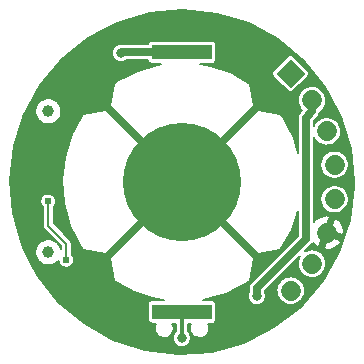
<source format=gbl>
G04 #@! TF.FileFunction,Copper,L2,Bot,Signal*
%FSLAX46Y46*%
G04 Gerber Fmt 4.6, Leading zero omitted, Abs format (unit mm)*
G04 Created by KiCad (PCBNEW 4.0.7-e2-6376~58~ubuntu16.04.1) date Fri Nov 23 22:20:00 2018*
%MOMM*%
%LPD*%
G01*
G04 APERTURE LIST*
%ADD10C,0.100000*%
%ADD11C,10.000000*%
%ADD12R,5.080000X1.270000*%
%ADD13C,1.000000*%
%ADD14C,1.700000*%
%ADD15C,0.812800*%
%ADD16C,0.609600*%
%ADD17C,0.635000*%
%ADD18C,0.304800*%
%ADD19C,0.203200*%
G04 APERTURE END LIST*
D10*
D11*
X15000000Y-15000000D03*
D12*
X15000000Y-4014500D03*
X15000000Y-25985500D03*
D13*
X3683000Y-20955000D03*
X3683000Y-9017000D03*
D10*
G36*
X24192388Y-7009694D02*
X22990306Y-5807612D01*
X24192388Y-4605530D01*
X25394470Y-5807612D01*
X24192388Y-7009694D01*
X24192388Y-7009694D01*
G37*
D14*
X26006552Y-8082211D02*
X26006552Y-8082211D01*
X27269412Y-10703313D02*
X27269412Y-10703313D01*
X27917714Y-13539631D02*
X27917714Y-13539631D01*
X27918983Y-16449096D02*
X27918983Y-16449096D01*
X27273157Y-19285979D02*
X27273157Y-19285979D01*
X26012586Y-21908182D02*
X26012586Y-21908182D01*
X24200407Y-24184362D02*
X24200407Y-24184362D01*
D15*
X9842500Y-4064000D03*
X14986000Y-28194000D03*
X1143000Y-17018000D03*
X1143000Y-16002000D03*
X1143000Y-12954000D03*
X1143000Y-13970000D03*
X1143000Y-14986000D03*
X2159000Y-18034000D03*
X2159000Y-17018000D03*
X2159000Y-16002000D03*
X2159000Y-11938000D03*
X2159000Y-12954000D03*
X2159000Y-13970000D03*
X2159000Y-14986000D03*
X15000000Y-15000000D03*
X21336000Y-24638000D03*
D16*
X5207000Y-21590000D03*
X3683000Y-16637000D03*
D17*
X15000000Y-4014500D02*
X9892000Y-4014500D01*
X9892000Y-4014500D02*
X9842500Y-4064000D01*
D18*
X14986000Y-28194000D02*
X14986000Y-26444000D01*
X14986000Y-26444000D02*
X15000000Y-26430000D01*
D17*
X26006552Y-8082211D02*
X26006552Y-9022753D01*
X26006552Y-9022753D02*
X25486519Y-9542786D01*
X25486519Y-9542786D02*
X25486519Y-19830244D01*
X25486519Y-19830244D02*
X21336000Y-23980763D01*
X21336000Y-23980763D02*
X21336000Y-24638000D01*
D19*
X5207000Y-21590000D02*
X5207000Y-20210598D01*
X5207000Y-20210598D02*
X3683000Y-18686598D01*
X3683000Y-18686598D02*
X3683000Y-16637000D01*
G36*
X17929585Y-728176D02*
X20645870Y-1569007D01*
X23147105Y-2921420D01*
X25338020Y-4733902D01*
X27135163Y-6937417D01*
X28470081Y-9448033D01*
X29291928Y-12170122D01*
X29569400Y-15000000D01*
X29563720Y-15406802D01*
X29207341Y-18227829D01*
X28309809Y-20925909D01*
X26905311Y-23398273D01*
X25047343Y-25550750D01*
X22806675Y-27301351D01*
X20268653Y-28583398D01*
X17529950Y-29348058D01*
X14694882Y-29566205D01*
X11871435Y-29229529D01*
X9167155Y-28350855D01*
X6685046Y-26963651D01*
X4519651Y-25120756D01*
X2753449Y-22892364D01*
X1805383Y-21047626D01*
X2579952Y-21047626D01*
X2618951Y-21260111D01*
X2698478Y-21460975D01*
X2815506Y-21642567D01*
X2965577Y-21797970D01*
X3142974Y-21921264D01*
X3340940Y-22007753D01*
X3551935Y-22054143D01*
X3767923Y-22058668D01*
X3980675Y-22021154D01*
X4182090Y-21943030D01*
X4364494Y-21827273D01*
X4520941Y-21678291D01*
X4545766Y-21643099D01*
X4545732Y-21645528D01*
X4569112Y-21772912D01*
X4616788Y-21893328D01*
X4686945Y-22002191D01*
X4776911Y-22095353D01*
X4883259Y-22169267D01*
X5001938Y-22221116D01*
X5128428Y-22248927D01*
X5257910Y-22251639D01*
X5385454Y-22229150D01*
X5506200Y-22182315D01*
X5615550Y-22112920D01*
X5709338Y-22023607D01*
X5783992Y-21917777D01*
X5836669Y-21799463D01*
X5865362Y-21673171D01*
X5867428Y-21525244D01*
X5847863Y-21426435D01*
X8878894Y-21426435D01*
X9209715Y-23336954D01*
X10947433Y-24306390D01*
X12840889Y-24918187D01*
X13483512Y-24993180D01*
X12460000Y-24993180D01*
X12403372Y-24997696D01*
X12307325Y-25027440D01*
X12223367Y-25082764D01*
X12158146Y-25159288D01*
X12116827Y-25250953D01*
X12102680Y-25350500D01*
X12102680Y-26620500D01*
X12107196Y-26677128D01*
X12136940Y-26773175D01*
X12192264Y-26857133D01*
X12268788Y-26922354D01*
X12360453Y-26963673D01*
X12460000Y-26977820D01*
X12785670Y-26977820D01*
X12776631Y-26991021D01*
X12714394Y-27136232D01*
X12681547Y-27290766D01*
X12679341Y-27448737D01*
X12707861Y-27604128D01*
X12766019Y-27751020D01*
X12851602Y-27883818D01*
X12961348Y-27997464D01*
X13091079Y-28087629D01*
X13235851Y-28150878D01*
X13390152Y-28184804D01*
X13548104Y-28188112D01*
X13703690Y-28160678D01*
X13850984Y-28103546D01*
X13984377Y-28018893D01*
X14098786Y-27909943D01*
X14189854Y-27780845D01*
X14254113Y-27636517D01*
X14289115Y-27482457D01*
X14291635Y-27302007D01*
X14260948Y-27147029D01*
X14200744Y-27000964D01*
X14185367Y-26977820D01*
X14478000Y-26977820D01*
X14478000Y-27624904D01*
X14399450Y-27701826D01*
X14315023Y-27825127D01*
X14256154Y-27962479D01*
X14225085Y-28108650D01*
X14222998Y-28258071D01*
X14249974Y-28405052D01*
X14304985Y-28543994D01*
X14385936Y-28669605D01*
X14489743Y-28777100D01*
X14612452Y-28862385D01*
X14749390Y-28922212D01*
X14895340Y-28954301D01*
X15044743Y-28957430D01*
X15191908Y-28931481D01*
X15331231Y-28877441D01*
X15457404Y-28797370D01*
X15565621Y-28694316D01*
X15651761Y-28572205D01*
X15712542Y-28435688D01*
X15745649Y-28289966D01*
X15748033Y-28119282D01*
X15719007Y-27972692D01*
X15662061Y-27834532D01*
X15579365Y-27710063D01*
X15494000Y-27624101D01*
X15494000Y-26977820D01*
X15785670Y-26977820D01*
X15776631Y-26991021D01*
X15714394Y-27136232D01*
X15681547Y-27290766D01*
X15679341Y-27448737D01*
X15707861Y-27604128D01*
X15766019Y-27751020D01*
X15851602Y-27883818D01*
X15961348Y-27997464D01*
X16091079Y-28087629D01*
X16235851Y-28150878D01*
X16390152Y-28184804D01*
X16548104Y-28188112D01*
X16703690Y-28160678D01*
X16850984Y-28103546D01*
X16984377Y-28018893D01*
X17098786Y-27909943D01*
X17189854Y-27780845D01*
X17254113Y-27636517D01*
X17289115Y-27482457D01*
X17291635Y-27302007D01*
X17260948Y-27147029D01*
X17200744Y-27000964D01*
X17185367Y-26977820D01*
X17540000Y-26977820D01*
X17596628Y-26973304D01*
X17692675Y-26943560D01*
X17776633Y-26888236D01*
X17841854Y-26811712D01*
X17883173Y-26720047D01*
X17897320Y-26620500D01*
X17897320Y-25350500D01*
X17892804Y-25293872D01*
X17863060Y-25197825D01*
X17807736Y-25113867D01*
X17731212Y-25048646D01*
X17639547Y-25007327D01*
X17540000Y-24993180D01*
X16754544Y-24993180D01*
X16800768Y-24989466D01*
X18715015Y-24446208D01*
X20486496Y-23539939D01*
X20790285Y-23336954D01*
X21121106Y-21426435D01*
X15000000Y-15305329D01*
X8878894Y-21426435D01*
X5847863Y-21426435D01*
X5842272Y-21398200D01*
X5792920Y-21278461D01*
X5721249Y-21170589D01*
X5664200Y-21113140D01*
X5664200Y-20210598D01*
X5660078Y-20168559D01*
X5656398Y-20126495D01*
X5655728Y-20124188D01*
X5655493Y-20121794D01*
X5643282Y-20081351D01*
X5631503Y-20040808D01*
X5630397Y-20038673D01*
X5629702Y-20036373D01*
X5609867Y-19999067D01*
X5590440Y-19961589D01*
X5588942Y-19959713D01*
X5587812Y-19957587D01*
X5561078Y-19924808D01*
X5534771Y-19891854D01*
X5531473Y-19888509D01*
X5531416Y-19888439D01*
X5531351Y-19888386D01*
X5530289Y-19887308D01*
X4140200Y-18497220D01*
X4140200Y-17113591D01*
X4185338Y-17070607D01*
X4259992Y-16964777D01*
X4312669Y-16846463D01*
X4341362Y-16720171D01*
X4343428Y-16572244D01*
X4318272Y-16445200D01*
X4268920Y-16325461D01*
X4197249Y-16217589D01*
X4105991Y-16125691D01*
X3998622Y-16053270D01*
X3879230Y-16003082D01*
X3752365Y-15977040D01*
X3622857Y-15976136D01*
X3495640Y-16000404D01*
X3375559Y-16048920D01*
X3267189Y-16119835D01*
X3174657Y-16210449D01*
X3101487Y-16317311D01*
X3050467Y-16436349D01*
X3023541Y-16563030D01*
X3021732Y-16692528D01*
X3045112Y-16819912D01*
X3092788Y-16940328D01*
X3162945Y-17049191D01*
X3225800Y-17114279D01*
X3225800Y-18686598D01*
X3229922Y-18728641D01*
X3233602Y-18770701D01*
X3234272Y-18773008D01*
X3234507Y-18775402D01*
X3246704Y-18815798D01*
X3258496Y-18856388D01*
X3259605Y-18858527D01*
X3260298Y-18860823D01*
X3280115Y-18898094D01*
X3299560Y-18935607D01*
X3301058Y-18937483D01*
X3302188Y-18939609D01*
X3328917Y-18972382D01*
X3355228Y-19005341D01*
X3358523Y-19008683D01*
X3358584Y-19008757D01*
X3358653Y-19008814D01*
X3359711Y-19009887D01*
X4749800Y-20399977D01*
X4749800Y-20670991D01*
X4742686Y-20635062D01*
X4660361Y-20435328D01*
X4540809Y-20255388D01*
X4388584Y-20102096D01*
X4209483Y-19981291D01*
X4010328Y-19897574D01*
X3798706Y-19854134D01*
X3582676Y-19852626D01*
X3370468Y-19893107D01*
X3170164Y-19974035D01*
X2989393Y-20092327D01*
X2835042Y-20243479D01*
X2712990Y-20421732D01*
X2627885Y-20620298D01*
X2582968Y-20831612D01*
X2579952Y-21047626D01*
X1805383Y-21047626D01*
X1453714Y-20363354D01*
X669954Y-17630056D01*
X433762Y-14817318D01*
X4851167Y-14817318D01*
X5010534Y-16800768D01*
X5553792Y-18715015D01*
X6460061Y-20486496D01*
X6663046Y-20790285D01*
X8573565Y-21121106D01*
X14694671Y-15000000D01*
X15305329Y-15000000D01*
X21426435Y-21121106D01*
X23336954Y-20790285D01*
X24306390Y-19052567D01*
X24813419Y-17483358D01*
X24813419Y-19551437D01*
X20860046Y-23504809D01*
X20820543Y-23552901D01*
X20780616Y-23600484D01*
X20778913Y-23603583D01*
X20776664Y-23606320D01*
X20747254Y-23661169D01*
X20717330Y-23715601D01*
X20716261Y-23718971D01*
X20714587Y-23722093D01*
X20696405Y-23781565D01*
X20677609Y-23840818D01*
X20677214Y-23844337D01*
X20676180Y-23847720D01*
X20669896Y-23909584D01*
X20662966Y-23971365D01*
X20662917Y-23978281D01*
X20662904Y-23978413D01*
X20662916Y-23978536D01*
X20662900Y-23980763D01*
X20662900Y-24274080D01*
X20606154Y-24406479D01*
X20575085Y-24552650D01*
X20572998Y-24702071D01*
X20599974Y-24849052D01*
X20654985Y-24987994D01*
X20735936Y-25113605D01*
X20839743Y-25221100D01*
X20962452Y-25306385D01*
X21099390Y-25366212D01*
X21245340Y-25398301D01*
X21394743Y-25401430D01*
X21541908Y-25375481D01*
X21681231Y-25321441D01*
X21807404Y-25241370D01*
X21915621Y-25138316D01*
X22001761Y-25016205D01*
X22062542Y-24879688D01*
X22095649Y-24733966D01*
X22098033Y-24563282D01*
X22069007Y-24416692D01*
X22012061Y-24278532D01*
X22009100Y-24274075D01*
X22009100Y-24259571D01*
X22100032Y-24168639D01*
X22990735Y-24168639D01*
X23011441Y-24403019D01*
X23077277Y-24628912D01*
X23185735Y-24837716D01*
X23332685Y-25021476D01*
X23344515Y-25033452D01*
X23352771Y-25041694D01*
X23534715Y-25190887D01*
X23742173Y-25301898D01*
X23967242Y-25370500D01*
X24201350Y-25394079D01*
X24435579Y-25371737D01*
X24661007Y-25304326D01*
X24869048Y-25194413D01*
X25051779Y-25046184D01*
X25202239Y-24865285D01*
X25314695Y-24658607D01*
X25384866Y-24434022D01*
X25410079Y-24200085D01*
X25389373Y-23965706D01*
X25323537Y-23739812D01*
X25215079Y-23531008D01*
X25068129Y-23347248D01*
X25056299Y-23335272D01*
X25048043Y-23327030D01*
X24866099Y-23177837D01*
X24658641Y-23066826D01*
X24433572Y-22998224D01*
X24199464Y-22974646D01*
X23965235Y-22996987D01*
X23739807Y-23064398D01*
X23531766Y-23174312D01*
X23349035Y-23322541D01*
X23198576Y-23503439D01*
X23086119Y-23710118D01*
X23015948Y-23934702D01*
X22990735Y-24168639D01*
X22100032Y-24168639D01*
X24969750Y-21298921D01*
X24884430Y-21467062D01*
X24820744Y-21693571D01*
X24802266Y-21928136D01*
X24829700Y-22161823D01*
X24902001Y-22385731D01*
X25016417Y-22591332D01*
X25168588Y-22770793D01*
X25352718Y-22917278D01*
X25366914Y-22926324D01*
X25376796Y-22932524D01*
X25587359Y-23037527D01*
X25814307Y-23099631D01*
X26048996Y-23116471D01*
X26282486Y-23087406D01*
X26505883Y-23013543D01*
X26710679Y-22897695D01*
X26889074Y-22744276D01*
X27034271Y-22559127D01*
X27140742Y-22349302D01*
X27204429Y-22122793D01*
X27222906Y-21888228D01*
X27195472Y-21654541D01*
X27123171Y-21430633D01*
X27008755Y-21225032D01*
X26856584Y-21045572D01*
X26672454Y-20899086D01*
X26658258Y-20890040D01*
X26648376Y-20883840D01*
X26437813Y-20778837D01*
X26210865Y-20716733D01*
X25976176Y-20699893D01*
X25742686Y-20728958D01*
X25519289Y-20802821D01*
X25396248Y-20872422D01*
X25692548Y-20576122D01*
X27051305Y-20576122D01*
X27228741Y-20744911D01*
X27514217Y-20725543D01*
X27790430Y-20650853D01*
X28046765Y-20523713D01*
X28273371Y-20349007D01*
X28442571Y-20159421D01*
X28419141Y-19914860D01*
X27405806Y-19560988D01*
X27051305Y-20576122D01*
X25692548Y-20576122D01*
X25962472Y-20306198D01*
X26001929Y-20258162D01*
X26041903Y-20210523D01*
X26043608Y-20207421D01*
X26045854Y-20204687D01*
X26075224Y-20149912D01*
X26088130Y-20126437D01*
X26188352Y-20262530D01*
X26399711Y-20455401D01*
X26643647Y-20433761D01*
X26998148Y-19418628D01*
X26979267Y-19412034D01*
X27069609Y-19153330D01*
X27548166Y-19153330D01*
X28561501Y-19507203D01*
X28732081Y-19330394D01*
X28717683Y-19076692D01*
X28649096Y-18798900D01*
X28527633Y-18539827D01*
X28357962Y-18309428D01*
X28146603Y-18116557D01*
X27902667Y-18138197D01*
X27548166Y-19153330D01*
X27069609Y-19153330D01*
X27121626Y-19004376D01*
X27140508Y-19010970D01*
X27495009Y-17995836D01*
X27317573Y-17827047D01*
X27032097Y-17846415D01*
X26755884Y-17921105D01*
X26499549Y-18048245D01*
X26272943Y-18222951D01*
X26159619Y-18349929D01*
X26159619Y-16540987D01*
X26711142Y-16540987D01*
X26752010Y-16772703D01*
X26837107Y-16992067D01*
X26963191Y-17190726D01*
X27125459Y-17361111D01*
X27317732Y-17496734D01*
X27532686Y-17592427D01*
X27762133Y-17644545D01*
X27778848Y-17646538D01*
X27790442Y-17647838D01*
X28025711Y-17651114D01*
X28257135Y-17608630D01*
X28475901Y-17522004D01*
X28673674Y-17394536D01*
X28842923Y-17231082D01*
X28977199Y-17037867D01*
X29071389Y-16822251D01*
X29121906Y-16592446D01*
X29126824Y-16357205D01*
X29085956Y-16125489D01*
X29000860Y-15906125D01*
X28874776Y-15707466D01*
X28712507Y-15537081D01*
X28520234Y-15401458D01*
X28305280Y-15305765D01*
X28075834Y-15253647D01*
X28059119Y-15251654D01*
X28047524Y-15250354D01*
X27812255Y-15247078D01*
X27580831Y-15289562D01*
X27362065Y-15376188D01*
X27164292Y-15503656D01*
X26995043Y-15667110D01*
X26860768Y-15860325D01*
X26766577Y-16075941D01*
X26716061Y-16305746D01*
X26711142Y-16540987D01*
X26159619Y-16540987D01*
X26159619Y-13432016D01*
X26711189Y-13432016D01*
X26713027Y-13667301D01*
X26760530Y-13897748D01*
X26851890Y-14114579D01*
X26983626Y-14309535D01*
X27150720Y-14475191D01*
X27346808Y-14605237D01*
X27564420Y-14694720D01*
X27795269Y-14740230D01*
X28030560Y-14740034D01*
X28047300Y-14738261D01*
X28058892Y-14736951D01*
X28289002Y-14687840D01*
X28505189Y-14594969D01*
X28699222Y-14461875D01*
X28863707Y-14293629D01*
X28992381Y-14096638D01*
X29080341Y-13878406D01*
X29124239Y-13647246D01*
X29122401Y-13411961D01*
X29074898Y-13181514D01*
X28983538Y-12964683D01*
X28851802Y-12769727D01*
X28684708Y-12604071D01*
X28488621Y-12474025D01*
X28271008Y-12384542D01*
X28040159Y-12339032D01*
X27804868Y-12339228D01*
X27788128Y-12341001D01*
X27776536Y-12342311D01*
X27546427Y-12391422D01*
X27330239Y-12484293D01*
X27136206Y-12617387D01*
X26971721Y-12785633D01*
X26843047Y-12982624D01*
X26755087Y-13200856D01*
X26711189Y-13432016D01*
X26159619Y-13432016D01*
X26159619Y-11175440D01*
X26220897Y-11309892D01*
X26358206Y-11500965D01*
X26530012Y-11661729D01*
X26729771Y-11786060D01*
X26949876Y-11869224D01*
X27181943Y-11908052D01*
X27417131Y-11901065D01*
X27646482Y-11848529D01*
X27662408Y-11843076D01*
X27673418Y-11839220D01*
X27886835Y-11740148D01*
X28076944Y-11601509D01*
X28236505Y-11428585D01*
X28359439Y-11227962D01*
X28441064Y-11007282D01*
X28478271Y-10774951D01*
X28469642Y-10539817D01*
X28415507Y-10310838D01*
X28317927Y-10096734D01*
X28180619Y-9905661D01*
X28008813Y-9744897D01*
X27809053Y-9620566D01*
X27588948Y-9537402D01*
X27356882Y-9498574D01*
X27121694Y-9505561D01*
X26892342Y-9558097D01*
X26876417Y-9563550D01*
X26865406Y-9567406D01*
X26651989Y-9666478D01*
X26461880Y-9805116D01*
X26302319Y-9978041D01*
X26179385Y-10178664D01*
X26159619Y-10232103D01*
X26159619Y-9821594D01*
X26482506Y-9498706D01*
X26521989Y-9450639D01*
X26561936Y-9403032D01*
X26563639Y-9399933D01*
X26565888Y-9397196D01*
X26595288Y-9342366D01*
X26625222Y-9287915D01*
X26626292Y-9284542D01*
X26627965Y-9281422D01*
X26646156Y-9221923D01*
X26664943Y-9162698D01*
X26665337Y-9159184D01*
X26666373Y-9155796D01*
X26672662Y-9093882D01*
X26673797Y-9083759D01*
X26839049Y-8955817D01*
X26993575Y-8778380D01*
X27110695Y-8574308D01*
X27185945Y-8351373D01*
X27216462Y-8118069D01*
X27201081Y-7883281D01*
X27140389Y-7655951D01*
X27036698Y-7444739D01*
X26893957Y-7257690D01*
X26717603Y-7101928D01*
X26514354Y-6983388D01*
X26291950Y-6906583D01*
X26058864Y-6874438D01*
X25823974Y-6888179D01*
X25596226Y-6947282D01*
X25384296Y-7049497D01*
X25369981Y-7058354D01*
X25360103Y-7064562D01*
X25174055Y-7208605D01*
X25019529Y-7386042D01*
X24902410Y-7590114D01*
X24827159Y-7813049D01*
X24796642Y-8046353D01*
X24812024Y-8281141D01*
X24872715Y-8508471D01*
X24976406Y-8719683D01*
X25119147Y-8906732D01*
X25146503Y-8930894D01*
X25010565Y-9066832D01*
X24971062Y-9114924D01*
X24931135Y-9162507D01*
X24929432Y-9165606D01*
X24927183Y-9168343D01*
X24897773Y-9223192D01*
X24867849Y-9277624D01*
X24866780Y-9280994D01*
X24865106Y-9284116D01*
X24846924Y-9343588D01*
X24828128Y-9402841D01*
X24827733Y-9406360D01*
X24826699Y-9409743D01*
X24820415Y-9471607D01*
X24813485Y-9533388D01*
X24813436Y-9540304D01*
X24813423Y-9540436D01*
X24813435Y-9540559D01*
X24813419Y-9542786D01*
X24813419Y-12578905D01*
X24446208Y-11284985D01*
X23539939Y-9513504D01*
X23336954Y-9209715D01*
X21426435Y-8878894D01*
X15305329Y-15000000D01*
X14694671Y-15000000D01*
X8573565Y-8878894D01*
X6663046Y-9209715D01*
X5693610Y-10947433D01*
X5081813Y-12840889D01*
X4851167Y-14817318D01*
X433762Y-14817318D01*
X432020Y-14796579D01*
X748976Y-11970851D01*
X1608750Y-9260503D01*
X1691695Y-9109626D01*
X2579952Y-9109626D01*
X2618951Y-9322111D01*
X2698478Y-9522975D01*
X2815506Y-9704567D01*
X2965577Y-9859970D01*
X3142974Y-9983264D01*
X3340940Y-10069753D01*
X3551935Y-10116143D01*
X3767923Y-10120668D01*
X3980675Y-10083154D01*
X4182090Y-10005030D01*
X4364494Y-9889273D01*
X4520941Y-9740291D01*
X4645470Y-9563759D01*
X4733339Y-9366401D01*
X4781202Y-9155735D01*
X4784647Y-8908983D01*
X4742686Y-8697062D01*
X4691784Y-8573565D01*
X8878894Y-8573565D01*
X15000000Y-14694671D01*
X21121106Y-8573565D01*
X20790285Y-6663046D01*
X19217494Y-5785619D01*
X22633663Y-5785619D01*
X22641656Y-5885848D01*
X22677255Y-5979882D01*
X22737643Y-6060275D01*
X23939725Y-7262357D01*
X23982960Y-7299206D01*
X24071907Y-7346090D01*
X24170395Y-7366337D01*
X24270624Y-7358344D01*
X24364658Y-7322745D01*
X24445051Y-7262357D01*
X25647133Y-6060275D01*
X25683982Y-6017040D01*
X25730866Y-5928093D01*
X25751113Y-5829605D01*
X25743120Y-5729376D01*
X25707521Y-5635342D01*
X25647133Y-5554949D01*
X24445051Y-4352867D01*
X24401816Y-4316018D01*
X24312869Y-4269134D01*
X24214381Y-4248887D01*
X24114152Y-4256880D01*
X24020118Y-4292479D01*
X23939725Y-4352867D01*
X22737643Y-5554949D01*
X22700794Y-5598184D01*
X22653910Y-5687131D01*
X22633663Y-5785619D01*
X19217494Y-5785619D01*
X19052567Y-5693610D01*
X17159111Y-5081813D01*
X16516488Y-5006820D01*
X17540000Y-5006820D01*
X17596628Y-5002304D01*
X17692675Y-4972560D01*
X17776633Y-4917236D01*
X17841854Y-4840712D01*
X17883173Y-4749047D01*
X17897320Y-4649500D01*
X17897320Y-3379500D01*
X17892804Y-3322872D01*
X17863060Y-3226825D01*
X17807736Y-3142867D01*
X17731212Y-3077646D01*
X17639547Y-3036327D01*
X17540000Y-3022180D01*
X12460000Y-3022180D01*
X12403372Y-3026696D01*
X12307325Y-3056440D01*
X12223367Y-3111764D01*
X12158146Y-3188288D01*
X12116827Y-3279953D01*
X12108095Y-3341400D01*
X10089959Y-3341400D01*
X10068920Y-3332556D01*
X9922536Y-3302508D01*
X9773104Y-3301464D01*
X9626315Y-3329466D01*
X9487760Y-3385445D01*
X9362718Y-3467271D01*
X9255950Y-3571826D01*
X9171523Y-3695127D01*
X9112654Y-3832479D01*
X9081585Y-3978650D01*
X9079498Y-4128071D01*
X9106474Y-4275052D01*
X9161485Y-4413994D01*
X9242436Y-4539605D01*
X9346243Y-4647100D01*
X9468952Y-4732385D01*
X9605890Y-4792212D01*
X9751840Y-4824301D01*
X9901243Y-4827430D01*
X10048408Y-4801481D01*
X10187731Y-4747441D01*
X10282026Y-4687600D01*
X12105718Y-4687600D01*
X12107196Y-4706128D01*
X12136940Y-4802175D01*
X12192264Y-4886133D01*
X12268788Y-4951354D01*
X12360453Y-4992673D01*
X12460000Y-5006820D01*
X13245456Y-5006820D01*
X13199232Y-5010534D01*
X11284985Y-5553792D01*
X9513504Y-6460061D01*
X9209715Y-6663046D01*
X8878894Y-8573565D01*
X4691784Y-8573565D01*
X4660361Y-8497328D01*
X4540809Y-8317388D01*
X4388584Y-8164096D01*
X4209483Y-8043291D01*
X4010328Y-7959574D01*
X3798706Y-7916134D01*
X3582676Y-7914626D01*
X3370468Y-7955107D01*
X3170164Y-8036035D01*
X2989393Y-8154327D01*
X2835042Y-8305479D01*
X2712990Y-8483732D01*
X2627885Y-8682298D01*
X2582968Y-8893612D01*
X2579952Y-9109626D01*
X1691695Y-9109626D01*
X2978591Y-6768770D01*
X4806325Y-4590562D01*
X7022332Y-2808846D01*
X9542207Y-1491488D01*
X12269967Y-688664D01*
X15101713Y-430955D01*
X17929585Y-728176D01*
X17929585Y-728176D01*
G37*
X17929585Y-728176D02*
X20645870Y-1569007D01*
X23147105Y-2921420D01*
X25338020Y-4733902D01*
X27135163Y-6937417D01*
X28470081Y-9448033D01*
X29291928Y-12170122D01*
X29569400Y-15000000D01*
X29563720Y-15406802D01*
X29207341Y-18227829D01*
X28309809Y-20925909D01*
X26905311Y-23398273D01*
X25047343Y-25550750D01*
X22806675Y-27301351D01*
X20268653Y-28583398D01*
X17529950Y-29348058D01*
X14694882Y-29566205D01*
X11871435Y-29229529D01*
X9167155Y-28350855D01*
X6685046Y-26963651D01*
X4519651Y-25120756D01*
X2753449Y-22892364D01*
X1805383Y-21047626D01*
X2579952Y-21047626D01*
X2618951Y-21260111D01*
X2698478Y-21460975D01*
X2815506Y-21642567D01*
X2965577Y-21797970D01*
X3142974Y-21921264D01*
X3340940Y-22007753D01*
X3551935Y-22054143D01*
X3767923Y-22058668D01*
X3980675Y-22021154D01*
X4182090Y-21943030D01*
X4364494Y-21827273D01*
X4520941Y-21678291D01*
X4545766Y-21643099D01*
X4545732Y-21645528D01*
X4569112Y-21772912D01*
X4616788Y-21893328D01*
X4686945Y-22002191D01*
X4776911Y-22095353D01*
X4883259Y-22169267D01*
X5001938Y-22221116D01*
X5128428Y-22248927D01*
X5257910Y-22251639D01*
X5385454Y-22229150D01*
X5506200Y-22182315D01*
X5615550Y-22112920D01*
X5709338Y-22023607D01*
X5783992Y-21917777D01*
X5836669Y-21799463D01*
X5865362Y-21673171D01*
X5867428Y-21525244D01*
X5847863Y-21426435D01*
X8878894Y-21426435D01*
X9209715Y-23336954D01*
X10947433Y-24306390D01*
X12840889Y-24918187D01*
X13483512Y-24993180D01*
X12460000Y-24993180D01*
X12403372Y-24997696D01*
X12307325Y-25027440D01*
X12223367Y-25082764D01*
X12158146Y-25159288D01*
X12116827Y-25250953D01*
X12102680Y-25350500D01*
X12102680Y-26620500D01*
X12107196Y-26677128D01*
X12136940Y-26773175D01*
X12192264Y-26857133D01*
X12268788Y-26922354D01*
X12360453Y-26963673D01*
X12460000Y-26977820D01*
X12785670Y-26977820D01*
X12776631Y-26991021D01*
X12714394Y-27136232D01*
X12681547Y-27290766D01*
X12679341Y-27448737D01*
X12707861Y-27604128D01*
X12766019Y-27751020D01*
X12851602Y-27883818D01*
X12961348Y-27997464D01*
X13091079Y-28087629D01*
X13235851Y-28150878D01*
X13390152Y-28184804D01*
X13548104Y-28188112D01*
X13703690Y-28160678D01*
X13850984Y-28103546D01*
X13984377Y-28018893D01*
X14098786Y-27909943D01*
X14189854Y-27780845D01*
X14254113Y-27636517D01*
X14289115Y-27482457D01*
X14291635Y-27302007D01*
X14260948Y-27147029D01*
X14200744Y-27000964D01*
X14185367Y-26977820D01*
X14478000Y-26977820D01*
X14478000Y-27624904D01*
X14399450Y-27701826D01*
X14315023Y-27825127D01*
X14256154Y-27962479D01*
X14225085Y-28108650D01*
X14222998Y-28258071D01*
X14249974Y-28405052D01*
X14304985Y-28543994D01*
X14385936Y-28669605D01*
X14489743Y-28777100D01*
X14612452Y-28862385D01*
X14749390Y-28922212D01*
X14895340Y-28954301D01*
X15044743Y-28957430D01*
X15191908Y-28931481D01*
X15331231Y-28877441D01*
X15457404Y-28797370D01*
X15565621Y-28694316D01*
X15651761Y-28572205D01*
X15712542Y-28435688D01*
X15745649Y-28289966D01*
X15748033Y-28119282D01*
X15719007Y-27972692D01*
X15662061Y-27834532D01*
X15579365Y-27710063D01*
X15494000Y-27624101D01*
X15494000Y-26977820D01*
X15785670Y-26977820D01*
X15776631Y-26991021D01*
X15714394Y-27136232D01*
X15681547Y-27290766D01*
X15679341Y-27448737D01*
X15707861Y-27604128D01*
X15766019Y-27751020D01*
X15851602Y-27883818D01*
X15961348Y-27997464D01*
X16091079Y-28087629D01*
X16235851Y-28150878D01*
X16390152Y-28184804D01*
X16548104Y-28188112D01*
X16703690Y-28160678D01*
X16850984Y-28103546D01*
X16984377Y-28018893D01*
X17098786Y-27909943D01*
X17189854Y-27780845D01*
X17254113Y-27636517D01*
X17289115Y-27482457D01*
X17291635Y-27302007D01*
X17260948Y-27147029D01*
X17200744Y-27000964D01*
X17185367Y-26977820D01*
X17540000Y-26977820D01*
X17596628Y-26973304D01*
X17692675Y-26943560D01*
X17776633Y-26888236D01*
X17841854Y-26811712D01*
X17883173Y-26720047D01*
X17897320Y-26620500D01*
X17897320Y-25350500D01*
X17892804Y-25293872D01*
X17863060Y-25197825D01*
X17807736Y-25113867D01*
X17731212Y-25048646D01*
X17639547Y-25007327D01*
X17540000Y-24993180D01*
X16754544Y-24993180D01*
X16800768Y-24989466D01*
X18715015Y-24446208D01*
X20486496Y-23539939D01*
X20790285Y-23336954D01*
X21121106Y-21426435D01*
X15000000Y-15305329D01*
X8878894Y-21426435D01*
X5847863Y-21426435D01*
X5842272Y-21398200D01*
X5792920Y-21278461D01*
X5721249Y-21170589D01*
X5664200Y-21113140D01*
X5664200Y-20210598D01*
X5660078Y-20168559D01*
X5656398Y-20126495D01*
X5655728Y-20124188D01*
X5655493Y-20121794D01*
X5643282Y-20081351D01*
X5631503Y-20040808D01*
X5630397Y-20038673D01*
X5629702Y-20036373D01*
X5609867Y-19999067D01*
X5590440Y-19961589D01*
X5588942Y-19959713D01*
X5587812Y-19957587D01*
X5561078Y-19924808D01*
X5534771Y-19891854D01*
X5531473Y-19888509D01*
X5531416Y-19888439D01*
X5531351Y-19888386D01*
X5530289Y-19887308D01*
X4140200Y-18497220D01*
X4140200Y-17113591D01*
X4185338Y-17070607D01*
X4259992Y-16964777D01*
X4312669Y-16846463D01*
X4341362Y-16720171D01*
X4343428Y-16572244D01*
X4318272Y-16445200D01*
X4268920Y-16325461D01*
X4197249Y-16217589D01*
X4105991Y-16125691D01*
X3998622Y-16053270D01*
X3879230Y-16003082D01*
X3752365Y-15977040D01*
X3622857Y-15976136D01*
X3495640Y-16000404D01*
X3375559Y-16048920D01*
X3267189Y-16119835D01*
X3174657Y-16210449D01*
X3101487Y-16317311D01*
X3050467Y-16436349D01*
X3023541Y-16563030D01*
X3021732Y-16692528D01*
X3045112Y-16819912D01*
X3092788Y-16940328D01*
X3162945Y-17049191D01*
X3225800Y-17114279D01*
X3225800Y-18686598D01*
X3229922Y-18728641D01*
X3233602Y-18770701D01*
X3234272Y-18773008D01*
X3234507Y-18775402D01*
X3246704Y-18815798D01*
X3258496Y-18856388D01*
X3259605Y-18858527D01*
X3260298Y-18860823D01*
X3280115Y-18898094D01*
X3299560Y-18935607D01*
X3301058Y-18937483D01*
X3302188Y-18939609D01*
X3328917Y-18972382D01*
X3355228Y-19005341D01*
X3358523Y-19008683D01*
X3358584Y-19008757D01*
X3358653Y-19008814D01*
X3359711Y-19009887D01*
X4749800Y-20399977D01*
X4749800Y-20670991D01*
X4742686Y-20635062D01*
X4660361Y-20435328D01*
X4540809Y-20255388D01*
X4388584Y-20102096D01*
X4209483Y-19981291D01*
X4010328Y-19897574D01*
X3798706Y-19854134D01*
X3582676Y-19852626D01*
X3370468Y-19893107D01*
X3170164Y-19974035D01*
X2989393Y-20092327D01*
X2835042Y-20243479D01*
X2712990Y-20421732D01*
X2627885Y-20620298D01*
X2582968Y-20831612D01*
X2579952Y-21047626D01*
X1805383Y-21047626D01*
X1453714Y-20363354D01*
X669954Y-17630056D01*
X433762Y-14817318D01*
X4851167Y-14817318D01*
X5010534Y-16800768D01*
X5553792Y-18715015D01*
X6460061Y-20486496D01*
X6663046Y-20790285D01*
X8573565Y-21121106D01*
X14694671Y-15000000D01*
X15305329Y-15000000D01*
X21426435Y-21121106D01*
X23336954Y-20790285D01*
X24306390Y-19052567D01*
X24813419Y-17483358D01*
X24813419Y-19551437D01*
X20860046Y-23504809D01*
X20820543Y-23552901D01*
X20780616Y-23600484D01*
X20778913Y-23603583D01*
X20776664Y-23606320D01*
X20747254Y-23661169D01*
X20717330Y-23715601D01*
X20716261Y-23718971D01*
X20714587Y-23722093D01*
X20696405Y-23781565D01*
X20677609Y-23840818D01*
X20677214Y-23844337D01*
X20676180Y-23847720D01*
X20669896Y-23909584D01*
X20662966Y-23971365D01*
X20662917Y-23978281D01*
X20662904Y-23978413D01*
X20662916Y-23978536D01*
X20662900Y-23980763D01*
X20662900Y-24274080D01*
X20606154Y-24406479D01*
X20575085Y-24552650D01*
X20572998Y-24702071D01*
X20599974Y-24849052D01*
X20654985Y-24987994D01*
X20735936Y-25113605D01*
X20839743Y-25221100D01*
X20962452Y-25306385D01*
X21099390Y-25366212D01*
X21245340Y-25398301D01*
X21394743Y-25401430D01*
X21541908Y-25375481D01*
X21681231Y-25321441D01*
X21807404Y-25241370D01*
X21915621Y-25138316D01*
X22001761Y-25016205D01*
X22062542Y-24879688D01*
X22095649Y-24733966D01*
X22098033Y-24563282D01*
X22069007Y-24416692D01*
X22012061Y-24278532D01*
X22009100Y-24274075D01*
X22009100Y-24259571D01*
X22100032Y-24168639D01*
X22990735Y-24168639D01*
X23011441Y-24403019D01*
X23077277Y-24628912D01*
X23185735Y-24837716D01*
X23332685Y-25021476D01*
X23344515Y-25033452D01*
X23352771Y-25041694D01*
X23534715Y-25190887D01*
X23742173Y-25301898D01*
X23967242Y-25370500D01*
X24201350Y-25394079D01*
X24435579Y-25371737D01*
X24661007Y-25304326D01*
X24869048Y-25194413D01*
X25051779Y-25046184D01*
X25202239Y-24865285D01*
X25314695Y-24658607D01*
X25384866Y-24434022D01*
X25410079Y-24200085D01*
X25389373Y-23965706D01*
X25323537Y-23739812D01*
X25215079Y-23531008D01*
X25068129Y-23347248D01*
X25056299Y-23335272D01*
X25048043Y-23327030D01*
X24866099Y-23177837D01*
X24658641Y-23066826D01*
X24433572Y-22998224D01*
X24199464Y-22974646D01*
X23965235Y-22996987D01*
X23739807Y-23064398D01*
X23531766Y-23174312D01*
X23349035Y-23322541D01*
X23198576Y-23503439D01*
X23086119Y-23710118D01*
X23015948Y-23934702D01*
X22990735Y-24168639D01*
X22100032Y-24168639D01*
X24969750Y-21298921D01*
X24884430Y-21467062D01*
X24820744Y-21693571D01*
X24802266Y-21928136D01*
X24829700Y-22161823D01*
X24902001Y-22385731D01*
X25016417Y-22591332D01*
X25168588Y-22770793D01*
X25352718Y-22917278D01*
X25366914Y-22926324D01*
X25376796Y-22932524D01*
X25587359Y-23037527D01*
X25814307Y-23099631D01*
X26048996Y-23116471D01*
X26282486Y-23087406D01*
X26505883Y-23013543D01*
X26710679Y-22897695D01*
X26889074Y-22744276D01*
X27034271Y-22559127D01*
X27140742Y-22349302D01*
X27204429Y-22122793D01*
X27222906Y-21888228D01*
X27195472Y-21654541D01*
X27123171Y-21430633D01*
X27008755Y-21225032D01*
X26856584Y-21045572D01*
X26672454Y-20899086D01*
X26658258Y-20890040D01*
X26648376Y-20883840D01*
X26437813Y-20778837D01*
X26210865Y-20716733D01*
X25976176Y-20699893D01*
X25742686Y-20728958D01*
X25519289Y-20802821D01*
X25396248Y-20872422D01*
X25692548Y-20576122D01*
X27051305Y-20576122D01*
X27228741Y-20744911D01*
X27514217Y-20725543D01*
X27790430Y-20650853D01*
X28046765Y-20523713D01*
X28273371Y-20349007D01*
X28442571Y-20159421D01*
X28419141Y-19914860D01*
X27405806Y-19560988D01*
X27051305Y-20576122D01*
X25692548Y-20576122D01*
X25962472Y-20306198D01*
X26001929Y-20258162D01*
X26041903Y-20210523D01*
X26043608Y-20207421D01*
X26045854Y-20204687D01*
X26075224Y-20149912D01*
X26088130Y-20126437D01*
X26188352Y-20262530D01*
X26399711Y-20455401D01*
X26643647Y-20433761D01*
X26998148Y-19418628D01*
X26979267Y-19412034D01*
X27069609Y-19153330D01*
X27548166Y-19153330D01*
X28561501Y-19507203D01*
X28732081Y-19330394D01*
X28717683Y-19076692D01*
X28649096Y-18798900D01*
X28527633Y-18539827D01*
X28357962Y-18309428D01*
X28146603Y-18116557D01*
X27902667Y-18138197D01*
X27548166Y-19153330D01*
X27069609Y-19153330D01*
X27121626Y-19004376D01*
X27140508Y-19010970D01*
X27495009Y-17995836D01*
X27317573Y-17827047D01*
X27032097Y-17846415D01*
X26755884Y-17921105D01*
X26499549Y-18048245D01*
X26272943Y-18222951D01*
X26159619Y-18349929D01*
X26159619Y-16540987D01*
X26711142Y-16540987D01*
X26752010Y-16772703D01*
X26837107Y-16992067D01*
X26963191Y-17190726D01*
X27125459Y-17361111D01*
X27317732Y-17496734D01*
X27532686Y-17592427D01*
X27762133Y-17644545D01*
X27778848Y-17646538D01*
X27790442Y-17647838D01*
X28025711Y-17651114D01*
X28257135Y-17608630D01*
X28475901Y-17522004D01*
X28673674Y-17394536D01*
X28842923Y-17231082D01*
X28977199Y-17037867D01*
X29071389Y-16822251D01*
X29121906Y-16592446D01*
X29126824Y-16357205D01*
X29085956Y-16125489D01*
X29000860Y-15906125D01*
X28874776Y-15707466D01*
X28712507Y-15537081D01*
X28520234Y-15401458D01*
X28305280Y-15305765D01*
X28075834Y-15253647D01*
X28059119Y-15251654D01*
X28047524Y-15250354D01*
X27812255Y-15247078D01*
X27580831Y-15289562D01*
X27362065Y-15376188D01*
X27164292Y-15503656D01*
X26995043Y-15667110D01*
X26860768Y-15860325D01*
X26766577Y-16075941D01*
X26716061Y-16305746D01*
X26711142Y-16540987D01*
X26159619Y-16540987D01*
X26159619Y-13432016D01*
X26711189Y-13432016D01*
X26713027Y-13667301D01*
X26760530Y-13897748D01*
X26851890Y-14114579D01*
X26983626Y-14309535D01*
X27150720Y-14475191D01*
X27346808Y-14605237D01*
X27564420Y-14694720D01*
X27795269Y-14740230D01*
X28030560Y-14740034D01*
X28047300Y-14738261D01*
X28058892Y-14736951D01*
X28289002Y-14687840D01*
X28505189Y-14594969D01*
X28699222Y-14461875D01*
X28863707Y-14293629D01*
X28992381Y-14096638D01*
X29080341Y-13878406D01*
X29124239Y-13647246D01*
X29122401Y-13411961D01*
X29074898Y-13181514D01*
X28983538Y-12964683D01*
X28851802Y-12769727D01*
X28684708Y-12604071D01*
X28488621Y-12474025D01*
X28271008Y-12384542D01*
X28040159Y-12339032D01*
X27804868Y-12339228D01*
X27788128Y-12341001D01*
X27776536Y-12342311D01*
X27546427Y-12391422D01*
X27330239Y-12484293D01*
X27136206Y-12617387D01*
X26971721Y-12785633D01*
X26843047Y-12982624D01*
X26755087Y-13200856D01*
X26711189Y-13432016D01*
X26159619Y-13432016D01*
X26159619Y-11175440D01*
X26220897Y-11309892D01*
X26358206Y-11500965D01*
X26530012Y-11661729D01*
X26729771Y-11786060D01*
X26949876Y-11869224D01*
X27181943Y-11908052D01*
X27417131Y-11901065D01*
X27646482Y-11848529D01*
X27662408Y-11843076D01*
X27673418Y-11839220D01*
X27886835Y-11740148D01*
X28076944Y-11601509D01*
X28236505Y-11428585D01*
X28359439Y-11227962D01*
X28441064Y-11007282D01*
X28478271Y-10774951D01*
X28469642Y-10539817D01*
X28415507Y-10310838D01*
X28317927Y-10096734D01*
X28180619Y-9905661D01*
X28008813Y-9744897D01*
X27809053Y-9620566D01*
X27588948Y-9537402D01*
X27356882Y-9498574D01*
X27121694Y-9505561D01*
X26892342Y-9558097D01*
X26876417Y-9563550D01*
X26865406Y-9567406D01*
X26651989Y-9666478D01*
X26461880Y-9805116D01*
X26302319Y-9978041D01*
X26179385Y-10178664D01*
X26159619Y-10232103D01*
X26159619Y-9821594D01*
X26482506Y-9498706D01*
X26521989Y-9450639D01*
X26561936Y-9403032D01*
X26563639Y-9399933D01*
X26565888Y-9397196D01*
X26595288Y-9342366D01*
X26625222Y-9287915D01*
X26626292Y-9284542D01*
X26627965Y-9281422D01*
X26646156Y-9221923D01*
X26664943Y-9162698D01*
X26665337Y-9159184D01*
X26666373Y-9155796D01*
X26672662Y-9093882D01*
X26673797Y-9083759D01*
X26839049Y-8955817D01*
X26993575Y-8778380D01*
X27110695Y-8574308D01*
X27185945Y-8351373D01*
X27216462Y-8118069D01*
X27201081Y-7883281D01*
X27140389Y-7655951D01*
X27036698Y-7444739D01*
X26893957Y-7257690D01*
X26717603Y-7101928D01*
X26514354Y-6983388D01*
X26291950Y-6906583D01*
X26058864Y-6874438D01*
X25823974Y-6888179D01*
X25596226Y-6947282D01*
X25384296Y-7049497D01*
X25369981Y-7058354D01*
X25360103Y-7064562D01*
X25174055Y-7208605D01*
X25019529Y-7386042D01*
X24902410Y-7590114D01*
X24827159Y-7813049D01*
X24796642Y-8046353D01*
X24812024Y-8281141D01*
X24872715Y-8508471D01*
X24976406Y-8719683D01*
X25119147Y-8906732D01*
X25146503Y-8930894D01*
X25010565Y-9066832D01*
X24971062Y-9114924D01*
X24931135Y-9162507D01*
X24929432Y-9165606D01*
X24927183Y-9168343D01*
X24897773Y-9223192D01*
X24867849Y-9277624D01*
X24866780Y-9280994D01*
X24865106Y-9284116D01*
X24846924Y-9343588D01*
X24828128Y-9402841D01*
X24827733Y-9406360D01*
X24826699Y-9409743D01*
X24820415Y-9471607D01*
X24813485Y-9533388D01*
X24813436Y-9540304D01*
X24813423Y-9540436D01*
X24813435Y-9540559D01*
X24813419Y-9542786D01*
X24813419Y-12578905D01*
X24446208Y-11284985D01*
X23539939Y-9513504D01*
X23336954Y-9209715D01*
X21426435Y-8878894D01*
X15305329Y-15000000D01*
X14694671Y-15000000D01*
X8573565Y-8878894D01*
X6663046Y-9209715D01*
X5693610Y-10947433D01*
X5081813Y-12840889D01*
X4851167Y-14817318D01*
X433762Y-14817318D01*
X432020Y-14796579D01*
X748976Y-11970851D01*
X1608750Y-9260503D01*
X1691695Y-9109626D01*
X2579952Y-9109626D01*
X2618951Y-9322111D01*
X2698478Y-9522975D01*
X2815506Y-9704567D01*
X2965577Y-9859970D01*
X3142974Y-9983264D01*
X3340940Y-10069753D01*
X3551935Y-10116143D01*
X3767923Y-10120668D01*
X3980675Y-10083154D01*
X4182090Y-10005030D01*
X4364494Y-9889273D01*
X4520941Y-9740291D01*
X4645470Y-9563759D01*
X4733339Y-9366401D01*
X4781202Y-9155735D01*
X4784647Y-8908983D01*
X4742686Y-8697062D01*
X4691784Y-8573565D01*
X8878894Y-8573565D01*
X15000000Y-14694671D01*
X21121106Y-8573565D01*
X20790285Y-6663046D01*
X19217494Y-5785619D01*
X22633663Y-5785619D01*
X22641656Y-5885848D01*
X22677255Y-5979882D01*
X22737643Y-6060275D01*
X23939725Y-7262357D01*
X23982960Y-7299206D01*
X24071907Y-7346090D01*
X24170395Y-7366337D01*
X24270624Y-7358344D01*
X24364658Y-7322745D01*
X24445051Y-7262357D01*
X25647133Y-6060275D01*
X25683982Y-6017040D01*
X25730866Y-5928093D01*
X25751113Y-5829605D01*
X25743120Y-5729376D01*
X25707521Y-5635342D01*
X25647133Y-5554949D01*
X24445051Y-4352867D01*
X24401816Y-4316018D01*
X24312869Y-4269134D01*
X24214381Y-4248887D01*
X24114152Y-4256880D01*
X24020118Y-4292479D01*
X23939725Y-4352867D01*
X22737643Y-5554949D01*
X22700794Y-5598184D01*
X22653910Y-5687131D01*
X22633663Y-5785619D01*
X19217494Y-5785619D01*
X19052567Y-5693610D01*
X17159111Y-5081813D01*
X16516488Y-5006820D01*
X17540000Y-5006820D01*
X17596628Y-5002304D01*
X17692675Y-4972560D01*
X17776633Y-4917236D01*
X17841854Y-4840712D01*
X17883173Y-4749047D01*
X17897320Y-4649500D01*
X17897320Y-3379500D01*
X17892804Y-3322872D01*
X17863060Y-3226825D01*
X17807736Y-3142867D01*
X17731212Y-3077646D01*
X17639547Y-3036327D01*
X17540000Y-3022180D01*
X12460000Y-3022180D01*
X12403372Y-3026696D01*
X12307325Y-3056440D01*
X12223367Y-3111764D01*
X12158146Y-3188288D01*
X12116827Y-3279953D01*
X12108095Y-3341400D01*
X10089959Y-3341400D01*
X10068920Y-3332556D01*
X9922536Y-3302508D01*
X9773104Y-3301464D01*
X9626315Y-3329466D01*
X9487760Y-3385445D01*
X9362718Y-3467271D01*
X9255950Y-3571826D01*
X9171523Y-3695127D01*
X9112654Y-3832479D01*
X9081585Y-3978650D01*
X9079498Y-4128071D01*
X9106474Y-4275052D01*
X9161485Y-4413994D01*
X9242436Y-4539605D01*
X9346243Y-4647100D01*
X9468952Y-4732385D01*
X9605890Y-4792212D01*
X9751840Y-4824301D01*
X9901243Y-4827430D01*
X10048408Y-4801481D01*
X10187731Y-4747441D01*
X10282026Y-4687600D01*
X12105718Y-4687600D01*
X12107196Y-4706128D01*
X12136940Y-4802175D01*
X12192264Y-4886133D01*
X12268788Y-4951354D01*
X12360453Y-4992673D01*
X12460000Y-5006820D01*
X13245456Y-5006820D01*
X13199232Y-5010534D01*
X11284985Y-5553792D01*
X9513504Y-6460061D01*
X9209715Y-6663046D01*
X8878894Y-8573565D01*
X4691784Y-8573565D01*
X4660361Y-8497328D01*
X4540809Y-8317388D01*
X4388584Y-8164096D01*
X4209483Y-8043291D01*
X4010328Y-7959574D01*
X3798706Y-7916134D01*
X3582676Y-7914626D01*
X3370468Y-7955107D01*
X3170164Y-8036035D01*
X2989393Y-8154327D01*
X2835042Y-8305479D01*
X2712990Y-8483732D01*
X2627885Y-8682298D01*
X2582968Y-8893612D01*
X2579952Y-9109626D01*
X1691695Y-9109626D01*
X2978591Y-6768770D01*
X4806325Y-4590562D01*
X7022332Y-2808846D01*
X9542207Y-1491488D01*
X12269967Y-688664D01*
X15101713Y-430955D01*
X17929585Y-728176D01*
M02*

</source>
